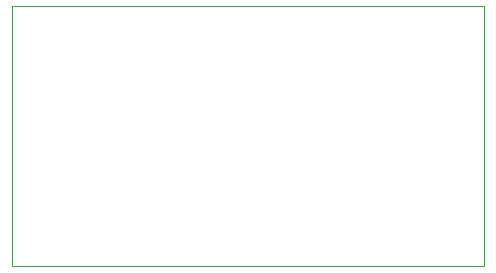
<source format=gko>
G04*
G04 #@! TF.GenerationSoftware,Altium Limited,Altium Designer,21.6.4 (81)*
G04*
G04 Layer_Color=16711935*
%FSLAX44Y44*%
%MOMM*%
G71*
G04*
G04 #@! TF.SameCoordinates,816F8A91-06EC-47E4-87ED-5788FB9A99D2*
G04*
G04*
G04 #@! TF.FilePolarity,Positive*
G04*
G01*
G75*
%ADD54C,0.0254*%
D54*
X0Y220000D02*
X400000Y220000D01*
X0Y0D02*
X400000Y0D01*
X0Y0D02*
Y220000D01*
X400000Y0D02*
Y220000D01*
M02*

</source>
